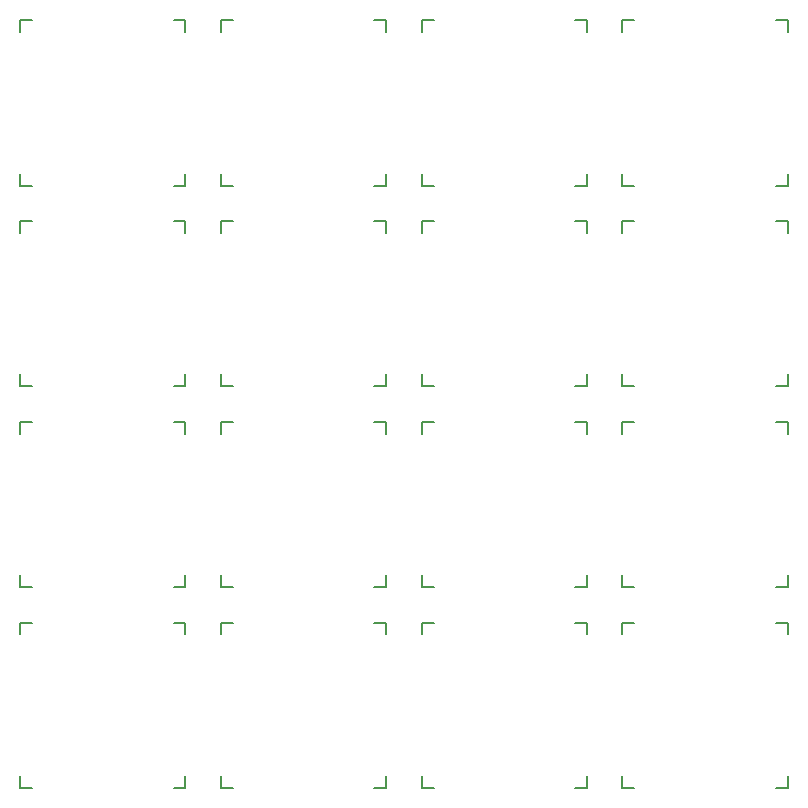
<source format=gbr>
%TF.GenerationSoftware,KiCad,Pcbnew,(6.0.4-0)*%
%TF.CreationDate,2023-01-14T23:55:12-06:00*%
%TF.ProjectId,kowgary16_cfx,6b6f7767-6172-4793-9136-5f6366782e6b,rev?*%
%TF.SameCoordinates,Original*%
%TF.FileFunction,Legend,Top*%
%TF.FilePolarity,Positive*%
%FSLAX46Y46*%
G04 Gerber Fmt 4.6, Leading zero omitted, Abs format (unit mm)*
G04 Created by KiCad (PCBNEW (6.0.4-0)) date 2023-01-14 23:55:12*
%MOMM*%
%LPD*%
G01*
G04 APERTURE LIST*
%ADD10C,0.150000*%
G04 APERTURE END LIST*
D10*
%TO.C,SW23*%
X109874945Y-64374973D02*
X109874945Y-63374973D01*
X123874945Y-64374973D02*
X122874945Y-64374973D01*
X109874945Y-64374973D02*
X110874945Y-64374973D01*
X123874945Y-50374973D02*
X122874945Y-50374973D01*
X123874945Y-63374973D02*
X123874945Y-64374973D01*
X109874945Y-51374973D02*
X109874945Y-50374973D01*
X110874945Y-50374973D02*
X109874945Y-50374973D01*
X123874945Y-50374973D02*
X123874945Y-51374973D01*
X122874945Y-64374973D02*
X123874945Y-64374973D01*
%TO.C,SW13*%
X109874945Y-47374981D02*
X109874945Y-46374981D01*
X123874945Y-33374981D02*
X122874945Y-33374981D01*
X109874945Y-47374981D02*
X110874945Y-47374981D01*
X123874945Y-46374981D02*
X123874945Y-47374981D01*
X110874945Y-33374981D02*
X109874945Y-33374981D01*
X123874945Y-47374981D02*
X122874945Y-47374981D01*
X109874945Y-34374981D02*
X109874945Y-33374981D01*
X122874945Y-47374981D02*
X123874945Y-47374981D01*
X123874945Y-33374981D02*
X123874945Y-34374981D01*
%TO.C,SW4*%
X126874937Y-17374989D02*
X126874937Y-16374989D01*
X140874937Y-16374989D02*
X140874937Y-17374989D01*
X127874937Y-16374989D02*
X126874937Y-16374989D01*
X126874937Y-30374989D02*
X126874937Y-29374989D01*
X139874937Y-30374989D02*
X140874937Y-30374989D01*
X140874937Y-30374989D02*
X139874937Y-30374989D01*
X126874937Y-30374989D02*
X127874937Y-30374989D01*
X140874937Y-29374989D02*
X140874937Y-30374989D01*
X140874937Y-16374989D02*
X139874937Y-16374989D01*
%TO.C,SW1*%
X75874961Y-16374989D02*
X76874961Y-16374989D01*
X89874961Y-16374989D02*
X89874961Y-17374989D01*
X75874961Y-17374989D02*
X75874961Y-16374989D01*
X89874961Y-29374989D02*
X89874961Y-30374989D01*
X75874961Y-30374989D02*
X76874961Y-30374989D01*
X88874961Y-30374989D02*
X89874961Y-30374989D01*
X75874961Y-30374989D02*
X75874961Y-29374989D01*
X89874961Y-16374989D02*
X88874961Y-16374989D01*
X76874961Y-16374989D02*
X75874961Y-16374989D01*
%TO.C,SW34*%
X126874937Y-68374965D02*
X126874937Y-67374965D01*
X126874937Y-81374965D02*
X127874937Y-81374965D01*
X140874937Y-81374965D02*
X139874937Y-81374965D01*
X140874937Y-67374965D02*
X140874937Y-68374965D01*
X140874937Y-80374965D02*
X140874937Y-81374965D01*
X140874937Y-67374965D02*
X139874937Y-67374965D01*
X126874937Y-81374965D02*
X126874937Y-80374965D01*
X139874937Y-81374965D02*
X140874937Y-81374965D01*
X127874937Y-67374965D02*
X126874937Y-67374965D01*
%TO.C,SW33*%
X123874945Y-81374965D02*
X122874945Y-81374965D01*
X109874945Y-81374965D02*
X110874945Y-81374965D01*
X110874945Y-67374965D02*
X109874945Y-67374965D01*
X123874945Y-80374965D02*
X123874945Y-81374965D01*
X122874945Y-81374965D02*
X123874945Y-81374965D01*
X109874945Y-68374965D02*
X109874945Y-67374965D01*
X123874945Y-67374965D02*
X122874945Y-67374965D01*
X123874945Y-67374965D02*
X123874945Y-68374965D01*
X109874945Y-81374965D02*
X109874945Y-80374965D01*
%TO.C,SW24*%
X140874937Y-63374973D02*
X140874937Y-64374973D01*
X127874937Y-50374973D02*
X126874937Y-50374973D01*
X126874937Y-51374973D02*
X126874937Y-50374973D01*
X126874937Y-64374973D02*
X127874937Y-64374973D01*
X140874937Y-50374973D02*
X139874937Y-50374973D01*
X139874937Y-64374973D02*
X140874937Y-64374973D01*
X140874937Y-50374973D02*
X140874937Y-51374973D01*
X140874937Y-64374973D02*
X139874937Y-64374973D01*
X126874937Y-64374973D02*
X126874937Y-63374973D01*
%TO.C,SW32*%
X92874953Y-81374965D02*
X92874953Y-80374965D01*
X106874953Y-67374965D02*
X106874953Y-68374965D01*
X106874953Y-80374965D02*
X106874953Y-81374965D01*
X106874953Y-81374965D02*
X105874953Y-81374965D01*
X92874953Y-68374965D02*
X92874953Y-67374965D01*
X106874953Y-67374965D02*
X105874953Y-67374965D01*
X92874953Y-81374965D02*
X93874953Y-81374965D01*
X93874953Y-67374965D02*
X92874953Y-67374965D01*
X105874953Y-81374965D02*
X106874953Y-81374965D01*
%TO.C,SW31*%
X76874961Y-67374965D02*
X75874961Y-67374965D01*
X75874961Y-68374965D02*
X75874961Y-67374965D01*
X89874961Y-80374965D02*
X89874961Y-81374965D01*
X89874961Y-67374965D02*
X89874961Y-68374965D01*
X75874961Y-67374965D02*
X76874961Y-67374965D01*
X75874961Y-81374965D02*
X76874961Y-81374965D01*
X88874961Y-81374965D02*
X89874961Y-81374965D01*
X75874961Y-81374965D02*
X75874961Y-80374965D01*
X89874961Y-67374965D02*
X88874961Y-67374965D01*
%TO.C,SW3*%
X123874945Y-29374989D02*
X123874945Y-30374989D01*
X109874945Y-30374989D02*
X109874945Y-29374989D01*
X109874945Y-30374989D02*
X110874945Y-30374989D01*
X110874945Y-16374989D02*
X109874945Y-16374989D01*
X109874945Y-17374989D02*
X109874945Y-16374989D01*
X122874945Y-30374989D02*
X123874945Y-30374989D01*
X123874945Y-16374989D02*
X123874945Y-17374989D01*
X123874945Y-16374989D02*
X122874945Y-16374989D01*
X123874945Y-30374989D02*
X122874945Y-30374989D01*
%TO.C,SW14*%
X126874937Y-34374981D02*
X126874937Y-33374981D01*
X126874937Y-47374981D02*
X126874937Y-46374981D01*
X126874937Y-47374981D02*
X127874937Y-47374981D01*
X140874937Y-46374981D02*
X140874937Y-47374981D01*
X140874937Y-33374981D02*
X139874937Y-33374981D01*
X140874937Y-33374981D02*
X140874937Y-34374981D01*
X127874937Y-33374981D02*
X126874937Y-33374981D01*
X139874937Y-47374981D02*
X140874937Y-47374981D01*
X140874937Y-47374981D02*
X139874937Y-47374981D01*
%TO.C,SW21*%
X76874961Y-50374973D02*
X75874961Y-50374973D01*
X75874961Y-64374973D02*
X76874961Y-64374973D01*
X89874961Y-50374973D02*
X89874961Y-51374973D01*
X75874961Y-64374973D02*
X75874961Y-63374973D01*
X89874961Y-63374973D02*
X89874961Y-64374973D01*
X75874961Y-50374973D02*
X76874961Y-50374973D01*
X89874961Y-50374973D02*
X88874961Y-50374973D01*
X88874961Y-64374973D02*
X89874961Y-64374973D01*
X75874961Y-51374973D02*
X75874961Y-50374973D01*
%TO.C,SW2*%
X92874953Y-17374989D02*
X92874953Y-16374989D01*
X106874953Y-16374989D02*
X105874953Y-16374989D01*
X92874953Y-30374989D02*
X92874953Y-29374989D01*
X93874953Y-16374989D02*
X92874953Y-16374989D01*
X92874953Y-30374989D02*
X93874953Y-30374989D01*
X106874953Y-29374989D02*
X106874953Y-30374989D01*
X106874953Y-30374989D02*
X105874953Y-30374989D01*
X105874953Y-30374989D02*
X106874953Y-30374989D01*
X106874953Y-16374989D02*
X106874953Y-17374989D01*
%TO.C,SW12*%
X92874953Y-47374981D02*
X93874953Y-47374981D01*
X93874953Y-33374981D02*
X92874953Y-33374981D01*
X106874953Y-33374981D02*
X106874953Y-34374981D01*
X106874953Y-33374981D02*
X105874953Y-33374981D01*
X105874953Y-47374981D02*
X106874953Y-47374981D01*
X106874953Y-47374981D02*
X105874953Y-47374981D01*
X106874953Y-46374981D02*
X106874953Y-47374981D01*
X92874953Y-47374981D02*
X92874953Y-46374981D01*
X92874953Y-34374981D02*
X92874953Y-33374981D01*
%TO.C,SW22*%
X92874953Y-51374973D02*
X92874953Y-50374973D01*
X106874953Y-50374973D02*
X105874953Y-50374973D01*
X105874953Y-64374973D02*
X106874953Y-64374973D01*
X106874953Y-64374973D02*
X105874953Y-64374973D01*
X92874953Y-64374973D02*
X93874953Y-64374973D01*
X106874953Y-63374973D02*
X106874953Y-64374973D01*
X106874953Y-50374973D02*
X106874953Y-51374973D01*
X93874953Y-50374973D02*
X92874953Y-50374973D01*
X92874953Y-64374973D02*
X92874953Y-63374973D01*
%TO.C,SW11*%
X76874961Y-33374981D02*
X75874961Y-33374981D01*
X75874961Y-33374981D02*
X76874961Y-33374981D01*
X75874961Y-34374981D02*
X75874961Y-33374981D01*
X89874961Y-46374981D02*
X89874961Y-47374981D01*
X89874961Y-33374981D02*
X88874961Y-33374981D01*
X89874961Y-33374981D02*
X89874961Y-34374981D01*
X75874961Y-47374981D02*
X75874961Y-46374981D01*
X75874961Y-47374981D02*
X76874961Y-47374981D01*
X88874961Y-47374981D02*
X89874961Y-47374981D01*
%TD*%
M02*

</source>
